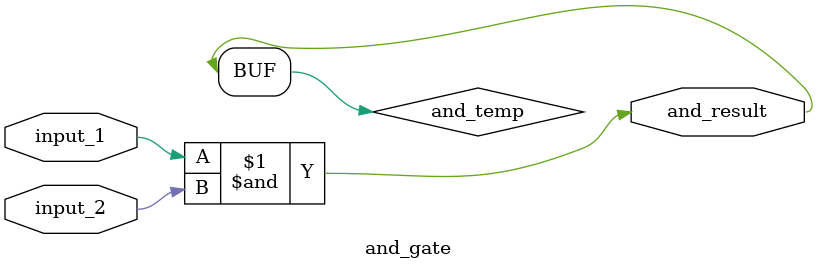
<source format=v>
module and_gate (
 input_1,
 input_2,
 and_result
);
    input input_1;
    input input_2;
    output and_result;

   wire and_temp;

//      These give ERROR => but you can just add `assign`
//    and_temp = input_1 & input_2 ;
//    and_result = and_temp ; 

   assign and_temp = input_1 & input_2 ;
   assign and_result = and_temp ; 


endmodule
</source>
